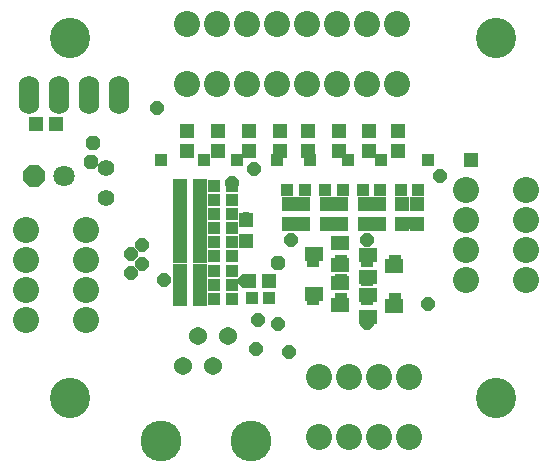
<source format=gbr>
G75*
G70*
%OFA0B0*%
%FSLAX24Y24*%
%IPPOS*%
%LPD*%
%AMOC8*
5,1,8,0,0,1.08239X$1,22.5*
%
%ADD10C,0.1340*%
%ADD11R,0.0474X0.0513*%
%ADD12C,0.0867*%
%ADD13C,0.0710*%
%ADD14OC8,0.0710*%
%ADD15C,0.0605*%
%ADD16C,0.1360*%
%ADD17C,0.0560*%
%ADD18O,0.0680X0.1280*%
%ADD19R,0.0631X0.0474*%
%ADD20R,0.0513X0.0474*%
%ADD21R,0.0395X0.0395*%
%ADD22R,0.0434X0.0434*%
%ADD23OC8,0.0434*%
%ADD24R,0.0474X0.0474*%
%ADD25OC8,0.0474*%
D10*
X004029Y005395D03*
X018203Y005395D03*
X018203Y017403D03*
X004029Y017403D03*
D11*
X007927Y014313D03*
X008951Y014313D03*
X009974Y014313D03*
X010998Y014313D03*
X011943Y014313D03*
X011943Y013643D03*
X010998Y013643D03*
X009974Y013643D03*
X008951Y013643D03*
X007927Y013643D03*
X011313Y011872D03*
X011785Y011872D03*
X012573Y011872D03*
X013045Y011872D03*
X013832Y011872D03*
X014305Y011872D03*
X015092Y011872D03*
X015565Y011872D03*
X015565Y011202D03*
X015092Y011202D03*
X014305Y011202D03*
X013832Y011202D03*
X013045Y011202D03*
X012573Y011202D03*
X011785Y011202D03*
X011313Y011202D03*
X009895Y011320D03*
X009895Y010651D03*
X012966Y013643D03*
X013990Y013643D03*
X014935Y013643D03*
X014935Y014313D03*
X013990Y014313D03*
X012966Y014313D03*
D12*
X012922Y015860D03*
X013922Y015860D03*
X014922Y015860D03*
X014922Y017856D03*
X013922Y017856D03*
X012922Y017856D03*
X011922Y017856D03*
X010922Y017856D03*
X009922Y017856D03*
X008922Y017856D03*
X007922Y017856D03*
X007922Y015860D03*
X008922Y015860D03*
X009922Y015860D03*
X010922Y015860D03*
X011922Y015860D03*
X017210Y012337D03*
X017210Y011337D03*
X017210Y010337D03*
X017210Y009337D03*
X019206Y009337D03*
X019206Y010337D03*
X019206Y011337D03*
X019206Y012337D03*
X015302Y006112D03*
X014302Y006112D03*
X013302Y006112D03*
X012302Y006112D03*
X012302Y004116D03*
X013302Y004116D03*
X014302Y004116D03*
X015302Y004116D03*
X004549Y008000D03*
X004549Y009000D03*
X004549Y010000D03*
X004549Y011000D03*
X002553Y011000D03*
X002553Y010000D03*
X002553Y009000D03*
X002553Y008000D03*
D13*
X003831Y012811D03*
D14*
X002831Y012811D03*
D15*
X008284Y007457D03*
X009284Y007457D03*
X008784Y006457D03*
X007784Y006457D03*
D16*
X007034Y003957D03*
X010034Y003957D03*
D17*
X005219Y012066D03*
X005219Y013066D03*
D18*
X005664Y015508D03*
X004664Y015508D03*
X003664Y015508D03*
X002664Y015508D03*
D19*
X012140Y010198D03*
X013006Y009824D03*
X013006Y009234D03*
X012140Y008860D03*
X013006Y008486D03*
X013951Y008840D03*
X013951Y009431D03*
X013951Y010179D03*
X014817Y009805D03*
X013006Y010572D03*
X014817Y008466D03*
X013951Y008092D03*
D20*
X010643Y009313D03*
X009974Y009313D03*
X008340Y009175D03*
X008340Y008702D03*
X007671Y008702D03*
X007671Y009175D03*
X007671Y009647D03*
X007671Y010120D03*
X007671Y010592D03*
X008340Y010592D03*
X008340Y010120D03*
X008340Y009647D03*
X008340Y011065D03*
X008340Y011537D03*
X008340Y012009D03*
X007671Y012009D03*
X007671Y011537D03*
X007671Y011065D03*
X007671Y012482D03*
X008340Y012482D03*
X003537Y014529D03*
X002868Y014529D03*
D21*
X008813Y012482D03*
X009403Y012482D03*
X009403Y012009D03*
X009403Y011537D03*
X009403Y011065D03*
X008813Y011065D03*
X008813Y011537D03*
X008813Y012009D03*
X008813Y010592D03*
X008813Y010120D03*
X008813Y009647D03*
X009403Y009647D03*
X009403Y010120D03*
X009403Y010592D03*
X009403Y009175D03*
X009403Y008702D03*
X008813Y008702D03*
X008813Y009175D03*
X010069Y008746D03*
X010659Y008746D03*
X011254Y012324D03*
X011844Y012324D03*
X012514Y012324D03*
X013104Y012324D03*
X013773Y012324D03*
X014364Y012324D03*
X015033Y012324D03*
X015624Y012324D03*
D22*
X015958Y013348D03*
X014384Y013348D03*
X013281Y013348D03*
X012021Y013348D03*
X010919Y013348D03*
X009580Y013348D03*
X008478Y013348D03*
X007061Y013348D03*
X011785Y011852D03*
X012809Y011222D03*
X014069Y011222D03*
X015329Y011222D03*
X014856Y009962D03*
X013911Y009962D03*
X013911Y009332D03*
X013911Y008702D03*
X013045Y008702D03*
X013045Y009332D03*
X013045Y009962D03*
X012100Y009962D03*
X012100Y008702D03*
X014856Y008702D03*
X007691Y009647D03*
X007691Y010120D03*
D23*
X007140Y009332D03*
X006431Y009883D03*
X006037Y010198D03*
X006431Y010513D03*
X006037Y009569D03*
X009836Y009313D03*
X010289Y007994D03*
X010958Y007876D03*
X011313Y006950D03*
X010210Y007049D03*
X013911Y007915D03*
X015958Y008545D03*
X013911Y010671D03*
X011372Y010671D03*
X009895Y011380D03*
X009423Y012561D03*
X010132Y013033D03*
X006903Y015080D03*
X016352Y012797D03*
D24*
X017376Y013348D03*
D25*
X010958Y009903D03*
X004699Y013269D03*
X004777Y013899D03*
M02*

</source>
